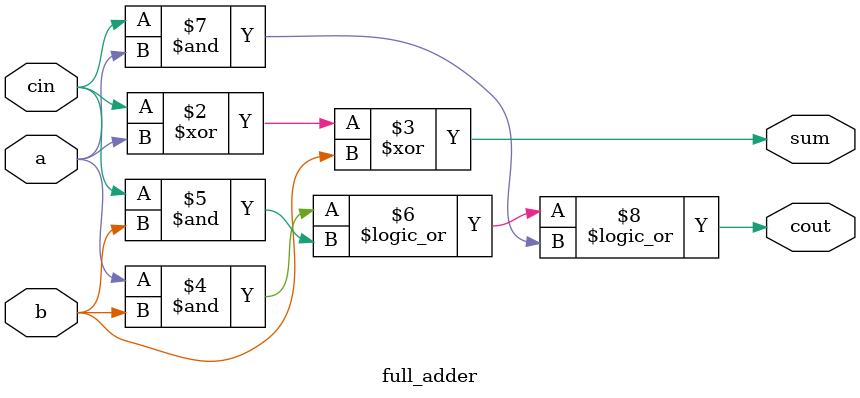
<source format=sv>
module ripple_carry_adder (  /*AUTOARG*/
    // Outputs
    sum,
    cout_int,
    // Inputs
    a,
    b
);
  parameter int DATA_WIDTH = 8;

  input [DATA_WIDTH-1:0] a;
  input [DATA_WIDTH-1:0] b;
  output logic [DATA_WIDTH-0:0] sum;
  output logic [DATA_WIDTH-1:0] cout_int;

  generate
    for (genvar i = 0; i < DATA_WIDTH; i++) begin : g_adder
      full_adder adder_inst (
          // Outputs
          .sum (sum[i]),
          .cout(cout_int[i]),
          // Inputs
          .a   (a[i]),
          .b   (b[i]),
          .cin (i == 0 ? 0 : cout_int[i-1])
      );
    end
  endgenerate

  assign sum[DATA_WIDTH] = cout_int[DATA_WIDTH-1];

endmodule

module full_adder (  /*AUTOARG*/
    // Outputs
    sum,
    cout,
    // Inputs
    a,
    b,
    cin
);

  input a, b, cin;
  output logic sum, cout;

  assign sum  = cin ^ a ^ b;
  assign cout = a & b || cin & b || cin & a;


endmodule


</source>
